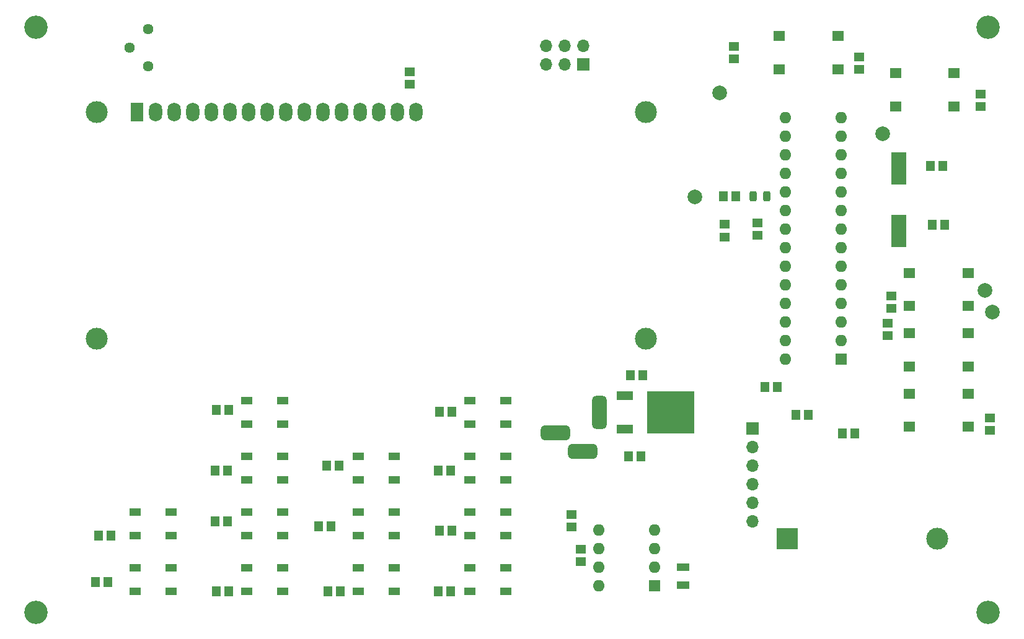
<source format=gbr>
%TF.GenerationSoftware,KiCad,Pcbnew,(6.0.6)*%
%TF.CreationDate,2022-07-23T16:49:30-07:00*%
%TF.ProjectId,HPS-Rect-Clock,4850532d-5265-4637-942d-436c6f636b2e,rev?*%
%TF.SameCoordinates,PX4b93a80PY8b0aba0*%
%TF.FileFunction,Soldermask,Top*%
%TF.FilePolarity,Negative*%
%FSLAX46Y46*%
G04 Gerber Fmt 4.6, Leading zero omitted, Abs format (unit mm)*
G04 Created by KiCad (PCBNEW (6.0.6)) date 2022-07-23 16:49:30*
%MOMM*%
%LPD*%
G01*
G04 APERTURE LIST*
G04 Aperture macros list*
%AMRoundRect*
0 Rectangle with rounded corners*
0 $1 Rounding radius*
0 $2 $3 $4 $5 $6 $7 $8 $9 X,Y pos of 4 corners*
0 Add a 4 corners polygon primitive as box body*
4,1,4,$2,$3,$4,$5,$6,$7,$8,$9,$2,$3,0*
0 Add four circle primitives for the rounded corners*
1,1,$1+$1,$2,$3*
1,1,$1+$1,$4,$5*
1,1,$1+$1,$6,$7*
1,1,$1+$1,$8,$9*
0 Add four rect primitives between the rounded corners*
20,1,$1+$1,$2,$3,$4,$5,0*
20,1,$1+$1,$4,$5,$6,$7,0*
20,1,$1+$1,$6,$7,$8,$9,0*
20,1,$1+$1,$8,$9,$2,$3,0*%
G04 Aperture macros list end*
%ADD10R,1.400000X1.150000*%
%ADD11C,3.200000*%
%ADD12R,1.600000X1.400000*%
%ADD13R,1.150000X1.400000*%
%ADD14R,1.500000X1.000000*%
%ADD15C,2.000000*%
%ADD16R,1.600000X1.600000*%
%ADD17O,1.600000X1.600000*%
%ADD18R,1.700000X1.700000*%
%ADD19O,1.700000X1.700000*%
%ADD20R,2.000000X4.500000*%
%ADD21C,1.440000*%
%ADD22R,1.800000X1.000000*%
%ADD23C,3.000000*%
%ADD24R,1.800000X2.600000*%
%ADD25O,1.800000X2.600000*%
%ADD26R,2.200000X1.200000*%
%ADD27R,6.400000X5.800000*%
%ADD28RoundRect,0.243750X-0.243750X-0.456250X0.243750X-0.456250X0.243750X0.456250X-0.243750X0.456250X0*%
%ADD29R,3.000000X3.000000*%
%ADD30RoundRect,0.500000X0.500000X-1.750000X0.500000X1.750000X-0.500000X1.750000X-0.500000X-1.750000X0*%
%ADD31RoundRect,0.500000X1.500000X0.500000X-1.500000X0.500000X-1.500000X-0.500000X1.500000X-0.500000X0*%
G04 APERTURE END LIST*
D10*
%TO.C,R2*%
X136017000Y30646000D03*
X136017000Y32346000D03*
%TD*%
%TO.C,R11*%
X78842000Y17466000D03*
X78842000Y19166000D03*
%TD*%
D11*
%TO.C,H4*%
X135752000Y5796000D03*
%TD*%
D12*
%TO.C,SW1*%
X125032000Y43906000D03*
X133032000Y43906000D03*
X125032000Y39406000D03*
X133032000Y39406000D03*
%TD*%
D10*
%TO.C,R3*%
X99822000Y58801000D03*
X99822000Y57101000D03*
%TD*%
D13*
%TO.C,R4*%
X109552000Y32766000D03*
X111252000Y32766000D03*
%TD*%
%TO.C,C20*%
X30392000Y33401000D03*
X32092000Y33401000D03*
%TD*%
%TO.C,C13*%
X45417000Y25781000D03*
X47117000Y25781000D03*
%TD*%
D12*
%TO.C,SW3*%
X131127000Y74966000D03*
X123127000Y74966000D03*
X131127000Y79466000D03*
X123127000Y79466000D03*
%TD*%
D14*
%TO.C,D2*%
X69932000Y31496000D03*
X69932000Y34696000D03*
X65032000Y34696000D03*
X65032000Y31496000D03*
%TD*%
D12*
%TO.C,SW2*%
X133032000Y47661000D03*
X125032000Y47661000D03*
X133032000Y52161000D03*
X125032000Y52161000D03*
%TD*%
D10*
%TO.C,R9*%
X118152000Y81696000D03*
X118152000Y79996000D03*
%TD*%
D13*
%TO.C,C11*%
X60837000Y33176000D03*
X62537000Y33176000D03*
%TD*%
%TO.C,R5*%
X105322000Y36576000D03*
X107022000Y36576000D03*
%TD*%
%TO.C,C4*%
X128152000Y58796000D03*
X129852000Y58796000D03*
%TD*%
D14*
%TO.C,D7*%
X39452000Y31496000D03*
X39452000Y34696000D03*
X34552000Y34696000D03*
X34552000Y31496000D03*
%TD*%
D15*
%TO.C,TP6*%
X135352000Y49796000D03*
%TD*%
D14*
%TO.C,D8*%
X39452000Y23876000D03*
X39452000Y27076000D03*
X34552000Y27076000D03*
X34552000Y23876000D03*
%TD*%
D13*
%TO.C,R1*%
X101307000Y62611000D03*
X99607000Y62611000D03*
%TD*%
D10*
%TO.C,R8*%
X122552000Y49046000D03*
X122552000Y47346000D03*
%TD*%
D16*
%TO.C,U2*%
X115687000Y40396000D03*
D17*
X115687000Y42936000D03*
X115687000Y45476000D03*
X115687000Y48016000D03*
X115687000Y50556000D03*
X115687000Y53096000D03*
X115687000Y55636000D03*
X115687000Y58176000D03*
X115687000Y60716000D03*
X115687000Y63256000D03*
X115687000Y65796000D03*
X115687000Y68336000D03*
X115687000Y70876000D03*
X115687000Y73416000D03*
X108067000Y73416000D03*
X108067000Y70876000D03*
X108067000Y68336000D03*
X108067000Y65796000D03*
X108067000Y63256000D03*
X108067000Y60716000D03*
X108067000Y58176000D03*
X108067000Y55636000D03*
X108067000Y53096000D03*
X108067000Y50556000D03*
X108067000Y48016000D03*
X108067000Y45476000D03*
X108067000Y42936000D03*
X108067000Y40396000D03*
%TD*%
D13*
%TO.C,C3*%
X117602000Y30226000D03*
X115902000Y30226000D03*
%TD*%
%TO.C,C6*%
X88647000Y38176000D03*
X86947000Y38176000D03*
%TD*%
%TO.C,C8*%
X30177000Y18161000D03*
X31877000Y18161000D03*
%TD*%
D10*
%TO.C,R12*%
X80152000Y12696000D03*
X80152000Y14396000D03*
%TD*%
D18*
%TO.C,J1*%
X103632000Y30861000D03*
D19*
X103632000Y28321000D03*
X103632000Y25781000D03*
X103632000Y23241000D03*
X103632000Y20701000D03*
X103632000Y18161000D03*
%TD*%
D12*
%TO.C,SW5*%
X125032000Y35651000D03*
X133032000Y35651000D03*
X125032000Y31151000D03*
X133032000Y31151000D03*
%TD*%
D14*
%TO.C,D11*%
X39452000Y8636000D03*
X39452000Y11836000D03*
X34552000Y11836000D03*
X34552000Y8636000D03*
%TD*%
%TO.C,D10*%
X39452000Y16256000D03*
X39452000Y19456000D03*
X34552000Y19456000D03*
X34552000Y16256000D03*
%TD*%
D10*
%TO.C,R10*%
X134752000Y76646000D03*
X134752000Y74946000D03*
%TD*%
D14*
%TO.C,D12*%
X24212000Y8636000D03*
X24212000Y11836000D03*
X19312000Y11836000D03*
X19312000Y8636000D03*
%TD*%
D13*
%TO.C,C9*%
X60657000Y8636000D03*
X62357000Y8636000D03*
%TD*%
D15*
%TO.C,TP4*%
X99152000Y76796000D03*
%TD*%
D20*
%TO.C,Y1*%
X123552000Y57946000D03*
X123552000Y66446000D03*
%TD*%
D12*
%TO.C,SW4*%
X115252000Y80046000D03*
X107252000Y80046000D03*
X115252000Y84546000D03*
X107252000Y84546000D03*
%TD*%
D21*
%TO.C,RV1*%
X21067000Y85471000D03*
X18527000Y82931000D03*
X21067000Y80391000D03*
%TD*%
D22*
%TO.C,Y2*%
X94082000Y11946000D03*
X94082000Y9446000D03*
%TD*%
D13*
%TO.C,C19*%
X60872000Y16891000D03*
X62572000Y16891000D03*
%TD*%
%TO.C,C16*%
X14302000Y16256000D03*
X16002000Y16256000D03*
%TD*%
D11*
%TO.C,H2*%
X135752000Y85796000D03*
%TD*%
D13*
%TO.C,C14*%
X30392000Y8636000D03*
X32092000Y8636000D03*
%TD*%
D15*
%TO.C,TP5*%
X136352000Y46796000D03*
%TD*%
D14*
%TO.C,D13*%
X19312000Y19456000D03*
X19312000Y16256000D03*
X24212000Y16256000D03*
X24212000Y19456000D03*
%TD*%
D11*
%TO.C,H3*%
X5752000Y5796000D03*
%TD*%
D23*
%TO.C,DS1*%
X89062000Y74158500D03*
X89061480Y43157800D03*
X14062900Y43157800D03*
X14062900Y74158500D03*
D24*
X19562000Y74158500D03*
D25*
X22102000Y74158500D03*
X24642000Y74158500D03*
X27182000Y74158500D03*
X29722000Y74158500D03*
X32262000Y74158500D03*
X34802000Y74158500D03*
X37342000Y74158500D03*
X39882000Y74158500D03*
X42422000Y74158500D03*
X44962000Y74158500D03*
X47502000Y74158500D03*
X50042000Y74158500D03*
X52582000Y74158500D03*
X55122000Y74158500D03*
X57662000Y74158500D03*
%TD*%
D15*
%TO.C,TP1*%
X95752000Y62596000D03*
%TD*%
D13*
%TO.C,C17*%
X44362000Y17526000D03*
X46062000Y17526000D03*
%TD*%
D14*
%TO.C,D5*%
X69932000Y8636000D03*
X69932000Y11836000D03*
X65032000Y11836000D03*
X65032000Y8636000D03*
%TD*%
D26*
%TO.C,U3*%
X86137000Y35376000D03*
D27*
X92437000Y33096000D03*
D26*
X86137000Y30816000D03*
%TD*%
D14*
%TO.C,D4*%
X69932000Y16256000D03*
X69932000Y19456000D03*
X65032000Y19456000D03*
X65032000Y16256000D03*
%TD*%
D11*
%TO.C,H1*%
X5752000Y85796000D03*
%TD*%
D14*
%TO.C,D14*%
X49792000Y19456000D03*
X49792000Y16256000D03*
X54692000Y16256000D03*
X54692000Y19456000D03*
%TD*%
D16*
%TO.C,U1*%
X90262000Y9436000D03*
D17*
X90262000Y11976000D03*
X90262000Y14516000D03*
X90262000Y17056000D03*
X82642000Y17056000D03*
X82642000Y14516000D03*
X82642000Y11976000D03*
X82642000Y9436000D03*
%TD*%
D10*
%TO.C,R6*%
X56752000Y77946000D03*
X56752000Y79646000D03*
%TD*%
D14*
%TO.C,D9*%
X54692000Y8636000D03*
X54692000Y11836000D03*
X49792000Y11836000D03*
X49792000Y8636000D03*
%TD*%
D15*
%TO.C,TP3*%
X121352000Y71196000D03*
%TD*%
D28*
%TO.C,D1*%
X103662000Y62611000D03*
X105537000Y62611000D03*
%TD*%
D13*
%TO.C,C12*%
X60657000Y25146000D03*
X62357000Y25146000D03*
%TD*%
D10*
%TO.C,R7*%
X122047000Y43561000D03*
X122047000Y45261000D03*
%TD*%
%TO.C,C2*%
X101092000Y81446000D03*
X101092000Y83146000D03*
%TD*%
D13*
%TO.C,C7*%
X86692000Y27051000D03*
X88392000Y27051000D03*
%TD*%
D14*
%TO.C,D3*%
X69932000Y23876000D03*
X69932000Y27076000D03*
X65032000Y27076000D03*
X65032000Y23876000D03*
%TD*%
%TO.C,D6*%
X54692000Y23876000D03*
X54692000Y27076000D03*
X49792000Y27076000D03*
X49792000Y23876000D03*
%TD*%
D13*
%TO.C,C15*%
X13882000Y9906000D03*
X15582000Y9906000D03*
%TD*%
%TO.C,C10*%
X30177000Y25146000D03*
X31877000Y25146000D03*
%TD*%
D10*
%TO.C,C1*%
X104267000Y59016000D03*
X104267000Y57316000D03*
%TD*%
D13*
%TO.C,C18*%
X45632000Y8636000D03*
X47332000Y8636000D03*
%TD*%
%TO.C,C5*%
X127902000Y66796000D03*
X129602000Y66796000D03*
%TD*%
D29*
%TO.C,BT1*%
X108352000Y15796000D03*
D23*
X128842000Y15796000D03*
%TD*%
D30*
%TO.C,J2*%
X82717000Y33096000D03*
D31*
X80417000Y27796000D03*
X76717000Y30296000D03*
%TD*%
D18*
%TO.C,J3*%
X80477000Y80646000D03*
D19*
X80477000Y83186000D03*
X77937000Y80646000D03*
X77937000Y83186000D03*
X75397000Y80646000D03*
X75397000Y83186000D03*
%TD*%
M02*

</source>
